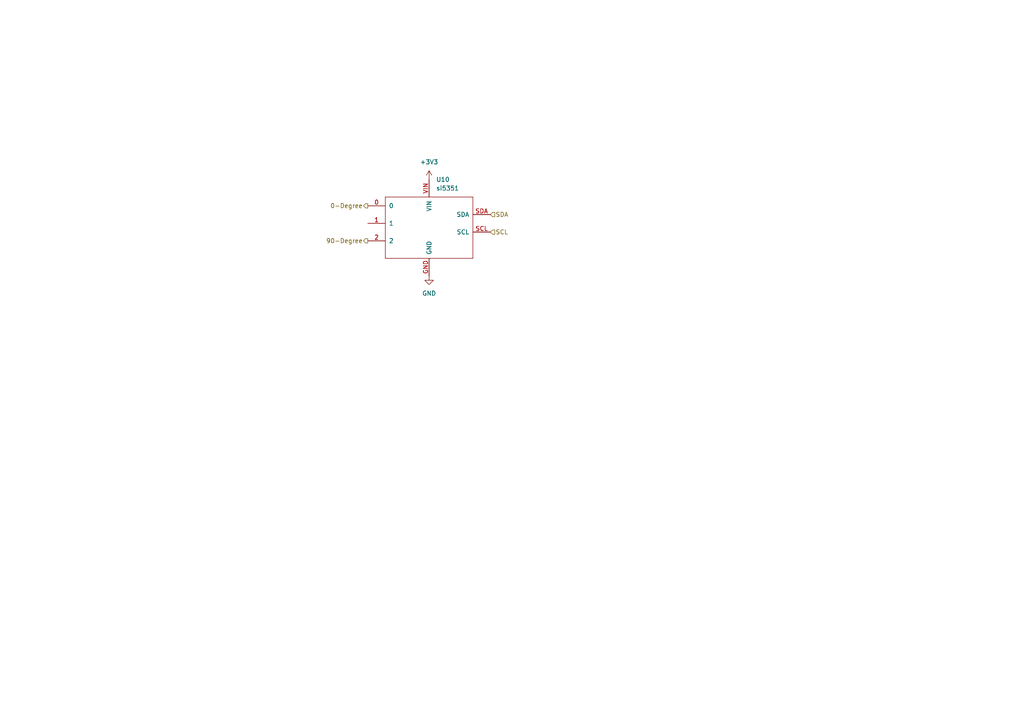
<source format=kicad_sch>
(kicad_sch (version 20230121) (generator eeschema)
  (paper "A4")
  (lib_symbols
    (symbol "Xenir:si5351" (pin_names (offset 1.016))
      (property "Reference" "U" (at -7.62 -11.43 0))
      (property "Value" "si5351" (at -6.35 -8.89 0))
      (symbol "si5351_1_1"
        (polyline (pts (xy -19.05 -2.54) (xy -19.05 -20.32)))
        (polyline (pts (xy -19.05 -2.54) (xy 6.35 -2.54)))
        (polyline (pts (xy 6.35 -20.32) (xy -19.05 -20.32)))
        (polyline (pts (xy 6.35 -20.32) (xy 6.35 -2.54)))
        (pin bidirectional line (at -24.13 -5.08 0) (length 5.08) (name "0") (number "0"))
        (pin bidirectional line (at -24.13 -10.16 0) (length 5.08) (name "1") (number "1"))
        (pin bidirectional line (at -24.13 -15.24 0) (length 5.08) (name "2") (number "2"))
        (pin bidirectional line (at -6.35 -25.4 90) (length 5.08) (name "GND") (number "GND"))
        (pin bidirectional line (at 11.43 -12.7 180) (length 5.08) (name "SCL") (number "SCL"))
        (pin bidirectional line (at 11.43 -7.62 180) (length 5.08) (name "SDA") (number "SDA"))
        (pin power_in line (at -6.35 2.54 270) (length 5.08) (name "VIN") (number "VIN"))
      )
    )
    (symbol "power:+3V3" (power) (pin_names (offset 0))
      (property "Value" "+3V3" (at 0 3.556 0))
      (symbol "+3V3_0_1"
        (polyline (pts (xy -0.762 1.27) (xy 0 2.54)))
        (polyline (pts (xy 0 0) (xy 0 2.54)))
        (polyline (pts (xy 0 2.54) (xy 0.762 1.27)))
      )
      (symbol "+3V3_1_1"
        (pin power_in line (at 0 0 90) (length 0) hide (name "+3V3") (number "1"))
      )
    )
    (symbol "power:GND" (power) (pin_names (offset 0))
      (property "Value" "GND" (at 0 -3.81 0))
      (symbol "GND_0_1"
        (polyline (pts (xy 0 0) (xy 0 -1.27) (xy 1.27 -1.27) (xy 0 -2.54) (xy -1.27 -1.27) (xy 0 -1.27)))
      )
      (symbol "GND_1_1"
        (pin power_in line (at 0 0 270) (length 0) hide (name "GND") (number "1"))
      )
    )
  )
  (hierarchical_label "SDA" (shape input) (at 142.24 62.23 0))
  (hierarchical_label "90-Degree" (shape output) (at 106.68 69.85 180))
  (hierarchical_label "0-Degree" (shape output) (at 106.68 59.69 180))
  (hierarchical_label "SCL" (shape input) (at 142.24 67.31 0))
  (symbol (lib_id "Xenir:si5351") (at 130.81 54.61 0) (unit 1)
    (property "Reference" "U10" (at 126.4794 52.07 0) (effects (justify left)))
    (property "Value" "si5351" (at 126.4794 54.61 0) (effects (justify left)))
    (property "Footprint" "Xenir:si5351" (effects hide))
  )
  (symbol (lib_id "power:GND") (at 124.46 80.01 0) (unit 1)
    (property "Reference" "#PWR0197" (effects hide))
    (property "Value" "GND" (at 124.46 85.09 0))
  )
  (symbol (lib_id "power:+3V3") (at 124.46 52.07 0) (unit 1)
    (property "Reference" "#PWR0140" (effects hide))
    (property "Value" "+3V3" (at 124.46 46.99 0))
  )
)
</source>
